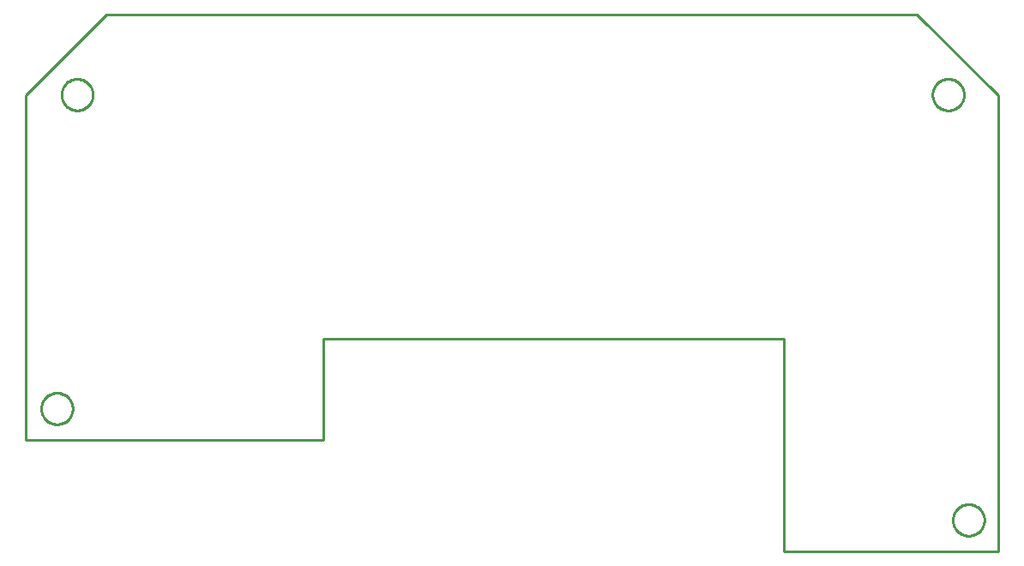
<source format=gbr>
G04 EAGLE Gerber RS-274X export*
G75*
%MOMM*%
%FSLAX34Y34*%
%LPD*%
%IN*%
%IPPOS*%
%AMOC8*
5,1,8,0,0,1.08239X$1,22.5*%
G01*
%ADD10C,0.254000*%


D10*
X0Y0D02*
X293500Y0D01*
X293500Y100000D01*
X748100Y100000D01*
X748100Y-110000D01*
X960000Y-110000D01*
X960000Y340000D01*
X880028Y419972D01*
X79972Y419972D01*
X0Y340000D01*
X0Y0D01*
X66300Y340246D02*
X66221Y339142D01*
X66063Y338046D01*
X65828Y336964D01*
X65516Y335902D01*
X65129Y334865D01*
X64669Y333858D01*
X64139Y332886D01*
X63540Y331954D01*
X62877Y331068D01*
X62152Y330231D01*
X61369Y329448D01*
X60532Y328723D01*
X59646Y328060D01*
X58714Y327461D01*
X57742Y326931D01*
X56735Y326471D01*
X55698Y326084D01*
X54636Y325772D01*
X53554Y325537D01*
X52458Y325379D01*
X51354Y325300D01*
X50246Y325300D01*
X49142Y325379D01*
X48046Y325537D01*
X46964Y325772D01*
X45902Y326084D01*
X44865Y326471D01*
X43858Y326931D01*
X42886Y327461D01*
X41954Y328060D01*
X41068Y328723D01*
X40231Y329448D01*
X39448Y330231D01*
X38723Y331068D01*
X38060Y331954D01*
X37461Y332886D01*
X36931Y333858D01*
X36471Y334865D01*
X36084Y335902D01*
X35772Y336964D01*
X35537Y338046D01*
X35379Y339142D01*
X35300Y340246D01*
X35300Y341354D01*
X35379Y342458D01*
X35537Y343554D01*
X35772Y344636D01*
X36084Y345698D01*
X36471Y346735D01*
X36931Y347742D01*
X37461Y348714D01*
X38060Y349646D01*
X38723Y350532D01*
X39448Y351369D01*
X40231Y352152D01*
X41068Y352877D01*
X41954Y353540D01*
X42886Y354139D01*
X43858Y354669D01*
X44865Y355129D01*
X45902Y355516D01*
X46964Y355828D01*
X48046Y356063D01*
X49142Y356221D01*
X50246Y356300D01*
X51354Y356300D01*
X52458Y356221D01*
X53554Y356063D01*
X54636Y355828D01*
X55698Y355516D01*
X56735Y355129D01*
X57742Y354669D01*
X58714Y354139D01*
X59646Y353540D01*
X60532Y352877D01*
X61369Y352152D01*
X62152Y351369D01*
X62877Y350532D01*
X63540Y349646D01*
X64139Y348714D01*
X64669Y347742D01*
X65129Y346735D01*
X65516Y345698D01*
X65828Y344636D01*
X66063Y343554D01*
X66221Y342458D01*
X66300Y341354D01*
X66300Y340246D01*
X926300Y340246D02*
X926221Y339142D01*
X926063Y338046D01*
X925828Y336964D01*
X925516Y335902D01*
X925129Y334865D01*
X924669Y333858D01*
X924139Y332886D01*
X923540Y331954D01*
X922877Y331068D01*
X922152Y330231D01*
X921369Y329448D01*
X920532Y328723D01*
X919646Y328060D01*
X918714Y327461D01*
X917742Y326931D01*
X916735Y326471D01*
X915698Y326084D01*
X914636Y325772D01*
X913554Y325537D01*
X912458Y325379D01*
X911354Y325300D01*
X910246Y325300D01*
X909142Y325379D01*
X908046Y325537D01*
X906964Y325772D01*
X905902Y326084D01*
X904865Y326471D01*
X903858Y326931D01*
X902886Y327461D01*
X901954Y328060D01*
X901068Y328723D01*
X900231Y329448D01*
X899448Y330231D01*
X898723Y331068D01*
X898060Y331954D01*
X897461Y332886D01*
X896931Y333858D01*
X896471Y334865D01*
X896084Y335902D01*
X895772Y336964D01*
X895537Y338046D01*
X895379Y339142D01*
X895300Y340246D01*
X895300Y341354D01*
X895379Y342458D01*
X895537Y343554D01*
X895772Y344636D01*
X896084Y345698D01*
X896471Y346735D01*
X896931Y347742D01*
X897461Y348714D01*
X898060Y349646D01*
X898723Y350532D01*
X899448Y351369D01*
X900231Y352152D01*
X901068Y352877D01*
X901954Y353540D01*
X902886Y354139D01*
X903858Y354669D01*
X904865Y355129D01*
X905902Y355516D01*
X906964Y355828D01*
X908046Y356063D01*
X909142Y356221D01*
X910246Y356300D01*
X911354Y356300D01*
X912458Y356221D01*
X913554Y356063D01*
X914636Y355828D01*
X915698Y355516D01*
X916735Y355129D01*
X917742Y354669D01*
X918714Y354139D01*
X919646Y353540D01*
X920532Y352877D01*
X921369Y352152D01*
X922152Y351369D01*
X922877Y350532D01*
X923540Y349646D01*
X924139Y348714D01*
X924669Y347742D01*
X925129Y346735D01*
X925516Y345698D01*
X925828Y344636D01*
X926063Y343554D01*
X926221Y342458D01*
X926300Y341354D01*
X926300Y340246D01*
X46300Y30246D02*
X46221Y29142D01*
X46063Y28046D01*
X45828Y26964D01*
X45516Y25902D01*
X45129Y24865D01*
X44669Y23858D01*
X44139Y22886D01*
X43540Y21954D01*
X42877Y21068D01*
X42152Y20231D01*
X41369Y19448D01*
X40532Y18723D01*
X39646Y18060D01*
X38714Y17461D01*
X37742Y16931D01*
X36735Y16471D01*
X35698Y16084D01*
X34636Y15772D01*
X33554Y15537D01*
X32458Y15379D01*
X31354Y15300D01*
X30246Y15300D01*
X29142Y15379D01*
X28046Y15537D01*
X26964Y15772D01*
X25902Y16084D01*
X24865Y16471D01*
X23858Y16931D01*
X22886Y17461D01*
X21954Y18060D01*
X21068Y18723D01*
X20231Y19448D01*
X19448Y20231D01*
X18723Y21068D01*
X18060Y21954D01*
X17461Y22886D01*
X16931Y23858D01*
X16471Y24865D01*
X16084Y25902D01*
X15772Y26964D01*
X15537Y28046D01*
X15379Y29142D01*
X15300Y30246D01*
X15300Y31354D01*
X15379Y32458D01*
X15537Y33554D01*
X15772Y34636D01*
X16084Y35698D01*
X16471Y36735D01*
X16931Y37742D01*
X17461Y38714D01*
X18060Y39646D01*
X18723Y40532D01*
X19448Y41369D01*
X20231Y42152D01*
X21068Y42877D01*
X21954Y43540D01*
X22886Y44139D01*
X23858Y44669D01*
X24865Y45129D01*
X25902Y45516D01*
X26964Y45828D01*
X28046Y46063D01*
X29142Y46221D01*
X30246Y46300D01*
X31354Y46300D01*
X32458Y46221D01*
X33554Y46063D01*
X34636Y45828D01*
X35698Y45516D01*
X36735Y45129D01*
X37742Y44669D01*
X38714Y44139D01*
X39646Y43540D01*
X40532Y42877D01*
X41369Y42152D01*
X42152Y41369D01*
X42877Y40532D01*
X43540Y39646D01*
X44139Y38714D01*
X44669Y37742D01*
X45129Y36735D01*
X45516Y35698D01*
X45828Y34636D01*
X46063Y33554D01*
X46221Y32458D01*
X46300Y31354D01*
X46300Y30246D01*
X946300Y-79754D02*
X946221Y-80858D01*
X946063Y-81954D01*
X945828Y-83036D01*
X945516Y-84098D01*
X945129Y-85135D01*
X944669Y-86142D01*
X944139Y-87114D01*
X943540Y-88046D01*
X942877Y-88932D01*
X942152Y-89769D01*
X941369Y-90552D01*
X940532Y-91277D01*
X939646Y-91940D01*
X938714Y-92539D01*
X937742Y-93069D01*
X936735Y-93529D01*
X935698Y-93916D01*
X934636Y-94228D01*
X933554Y-94463D01*
X932458Y-94621D01*
X931354Y-94700D01*
X930246Y-94700D01*
X929142Y-94621D01*
X928046Y-94463D01*
X926964Y-94228D01*
X925902Y-93916D01*
X924865Y-93529D01*
X923858Y-93069D01*
X922886Y-92539D01*
X921954Y-91940D01*
X921068Y-91277D01*
X920231Y-90552D01*
X919448Y-89769D01*
X918723Y-88932D01*
X918060Y-88046D01*
X917461Y-87114D01*
X916931Y-86142D01*
X916471Y-85135D01*
X916084Y-84098D01*
X915772Y-83036D01*
X915537Y-81954D01*
X915379Y-80858D01*
X915300Y-79754D01*
X915300Y-78646D01*
X915379Y-77542D01*
X915537Y-76446D01*
X915772Y-75364D01*
X916084Y-74302D01*
X916471Y-73265D01*
X916931Y-72258D01*
X917461Y-71286D01*
X918060Y-70354D01*
X918723Y-69468D01*
X919448Y-68631D01*
X920231Y-67848D01*
X921068Y-67123D01*
X921954Y-66460D01*
X922886Y-65861D01*
X923858Y-65331D01*
X924865Y-64871D01*
X925902Y-64484D01*
X926964Y-64172D01*
X928046Y-63937D01*
X929142Y-63779D01*
X930246Y-63700D01*
X931354Y-63700D01*
X932458Y-63779D01*
X933554Y-63937D01*
X934636Y-64172D01*
X935698Y-64484D01*
X936735Y-64871D01*
X937742Y-65331D01*
X938714Y-65861D01*
X939646Y-66460D01*
X940532Y-67123D01*
X941369Y-67848D01*
X942152Y-68631D01*
X942877Y-69468D01*
X943540Y-70354D01*
X944139Y-71286D01*
X944669Y-72258D01*
X945129Y-73265D01*
X945516Y-74302D01*
X945828Y-75364D01*
X946063Y-76446D01*
X946221Y-77542D01*
X946300Y-78646D01*
X946300Y-79754D01*
M02*

</source>
